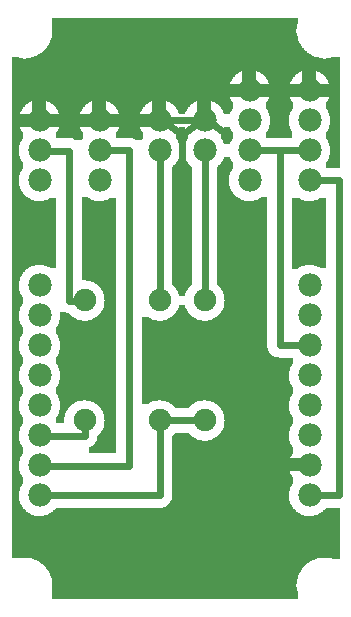
<source format=gtl>
G04 MADE WITH FRITZING*
G04 WWW.FRITZING.ORG*
G04 DOUBLE SIDED*
G04 HOLES PLATED*
G04 CONTOUR ON CENTER OF CONTOUR VECTOR*
%ASAXBY*%
%FSLAX23Y23*%
%MOIN*%
%OFA0B0*%
%SFA1.0B1.0*%
%ADD10C,0.075000*%
%ADD11C,0.077778*%
%ADD12C,0.078000*%
%ADD13C,0.024000*%
%ADD14R,0.001000X0.001000*%
%LNCOPPER1*%
G90*
G70*
G54D10*
X236Y1919D03*
X1028Y1295D03*
X327Y1288D03*
G54D11*
X132Y1085D03*
X132Y985D03*
X132Y885D03*
X132Y785D03*
X132Y685D03*
X132Y585D03*
X132Y485D03*
X132Y385D03*
X1032Y385D03*
X1032Y485D03*
X1032Y585D03*
X1032Y685D03*
X1032Y785D03*
X1032Y885D03*
X1032Y985D03*
X1032Y1085D03*
G54D12*
X132Y1635D03*
X132Y1535D03*
X132Y1435D03*
X332Y1635D03*
X332Y1535D03*
X332Y1435D03*
X832Y1735D03*
X832Y1635D03*
X832Y1535D03*
X832Y1435D03*
G54D10*
X282Y1035D03*
X282Y635D03*
G54D12*
X532Y1635D03*
X532Y1535D03*
X682Y1635D03*
X682Y1535D03*
G54D10*
X532Y1035D03*
X532Y635D03*
X682Y1035D03*
X682Y635D03*
G54D12*
X1032Y1735D03*
X1032Y1635D03*
X1032Y1535D03*
X1032Y1435D03*
G54D13*
X282Y606D02*
X282Y583D01*
D02*
X932Y886D02*
X1002Y885D01*
D02*
X932Y1535D02*
X932Y886D01*
D02*
X862Y1535D02*
X932Y1535D01*
D02*
X431Y1535D02*
X362Y1535D01*
D02*
X431Y483D02*
X431Y1535D01*
D02*
X161Y484D02*
X431Y483D01*
D02*
X532Y1063D02*
X532Y1504D01*
D02*
X682Y1063D02*
X682Y1504D01*
D02*
X532Y385D02*
X161Y385D01*
D02*
X532Y606D02*
X532Y385D01*
D02*
X653Y635D02*
X560Y635D01*
D02*
X253Y1034D02*
X231Y1034D01*
D02*
X231Y1534D02*
X162Y1534D01*
D02*
X282Y583D02*
X161Y584D01*
D02*
X862Y1535D02*
X1001Y1535D01*
D02*
X1131Y1435D02*
X1062Y1435D01*
D02*
X1131Y385D02*
X1131Y1435D01*
D02*
X1061Y385D02*
X1131Y385D01*
D02*
X231Y1034D02*
X231Y1534D01*
D02*
X651Y1635D02*
X562Y1635D01*
D02*
X560Y1624D02*
X607Y1585D01*
D02*
X654Y1623D02*
X607Y1585D01*
D02*
X710Y1624D02*
X757Y1585D01*
D02*
X607Y1585D02*
X607Y1282D01*
D02*
X682Y1734D02*
X801Y1735D01*
D02*
X682Y1665D02*
X682Y1734D01*
D02*
X1001Y1735D02*
X862Y1735D01*
D02*
X362Y1635D02*
X501Y1635D01*
D02*
X162Y1635D02*
X301Y1635D01*
G36*
X172Y1977D02*
X172Y1951D01*
X174Y1951D01*
X174Y1919D01*
X172Y1919D01*
X172Y1909D01*
X170Y1909D01*
X170Y1903D01*
X168Y1903D01*
X168Y1897D01*
X166Y1897D01*
X166Y1893D01*
X164Y1893D01*
X164Y1889D01*
X162Y1889D01*
X162Y1887D01*
X160Y1887D01*
X160Y1883D01*
X158Y1883D01*
X158Y1881D01*
X156Y1881D01*
X156Y1877D01*
X154Y1877D01*
X154Y1875D01*
X152Y1875D01*
X152Y1873D01*
X150Y1873D01*
X150Y1871D01*
X148Y1871D01*
X148Y1869D01*
X146Y1869D01*
X146Y1867D01*
X144Y1867D01*
X144Y1865D01*
X142Y1865D01*
X142Y1863D01*
X140Y1863D01*
X140Y1861D01*
X136Y1861D01*
X136Y1859D01*
X134Y1859D01*
X134Y1857D01*
X130Y1857D01*
X130Y1855D01*
X128Y1855D01*
X128Y1853D01*
X124Y1853D01*
X124Y1851D01*
X120Y1851D01*
X120Y1849D01*
X114Y1849D01*
X114Y1847D01*
X110Y1847D01*
X110Y1845D01*
X102Y1845D01*
X102Y1843D01*
X86Y1843D01*
X86Y1841D01*
X1076Y1841D01*
X1076Y1843D01*
X1062Y1843D01*
X1062Y1845D01*
X1054Y1845D01*
X1054Y1847D01*
X1048Y1847D01*
X1048Y1849D01*
X1044Y1849D01*
X1044Y1851D01*
X1040Y1851D01*
X1040Y1853D01*
X1036Y1853D01*
X1036Y1855D01*
X1032Y1855D01*
X1032Y1857D01*
X1030Y1857D01*
X1030Y1859D01*
X1026Y1859D01*
X1026Y1861D01*
X1024Y1861D01*
X1024Y1863D01*
X1022Y1863D01*
X1022Y1865D01*
X1020Y1865D01*
X1020Y1867D01*
X1016Y1867D01*
X1016Y1869D01*
X1014Y1869D01*
X1014Y1873D01*
X1012Y1873D01*
X1012Y1875D01*
X1010Y1875D01*
X1010Y1877D01*
X1008Y1877D01*
X1008Y1879D01*
X1006Y1879D01*
X1006Y1883D01*
X1004Y1883D01*
X1004Y1885D01*
X1002Y1885D01*
X1002Y1889D01*
X1000Y1889D01*
X1000Y1893D01*
X998Y1893D01*
X998Y1897D01*
X996Y1897D01*
X996Y1901D01*
X994Y1901D01*
X994Y1907D01*
X992Y1907D01*
X992Y1915D01*
X990Y1915D01*
X990Y1927D01*
X988Y1927D01*
X988Y1941D01*
X990Y1941D01*
X990Y1955D01*
X992Y1955D01*
X992Y1977D01*
X172Y1977D01*
G37*
D02*
G36*
X1110Y1847D02*
X1110Y1845D01*
X1102Y1845D01*
X1102Y1843D01*
X1086Y1843D01*
X1086Y1841D01*
X1132Y1841D01*
X1132Y1847D01*
X1110Y1847D01*
G37*
D02*
G36*
X40Y1845D02*
X40Y1841D01*
X76Y1841D01*
X76Y1843D01*
X62Y1843D01*
X62Y1845D01*
X40Y1845D01*
G37*
D02*
G36*
X40Y1841D02*
X40Y1839D01*
X1132Y1839D01*
X1132Y1841D01*
X40Y1841D01*
G37*
D02*
G36*
X40Y1841D02*
X40Y1839D01*
X1132Y1839D01*
X1132Y1841D01*
X40Y1841D01*
G37*
D02*
G36*
X40Y1841D02*
X40Y1839D01*
X1132Y1839D01*
X1132Y1841D01*
X40Y1841D01*
G37*
D02*
G36*
X40Y1839D02*
X40Y1803D01*
X1046Y1803D01*
X1046Y1801D01*
X1054Y1801D01*
X1054Y1799D01*
X1058Y1799D01*
X1058Y1797D01*
X1064Y1797D01*
X1064Y1795D01*
X1066Y1795D01*
X1066Y1793D01*
X1070Y1793D01*
X1070Y1791D01*
X1072Y1791D01*
X1072Y1789D01*
X1076Y1789D01*
X1076Y1787D01*
X1078Y1787D01*
X1078Y1785D01*
X1080Y1785D01*
X1080Y1783D01*
X1082Y1783D01*
X1082Y1781D01*
X1084Y1781D01*
X1084Y1779D01*
X1086Y1779D01*
X1086Y1775D01*
X1088Y1775D01*
X1088Y1773D01*
X1090Y1773D01*
X1090Y1769D01*
X1092Y1769D01*
X1092Y1765D01*
X1094Y1765D01*
X1094Y1761D01*
X1096Y1761D01*
X1096Y1757D01*
X1098Y1757D01*
X1098Y1749D01*
X1100Y1749D01*
X1100Y1721D01*
X1098Y1721D01*
X1098Y1713D01*
X1096Y1713D01*
X1096Y1707D01*
X1094Y1707D01*
X1094Y1703D01*
X1092Y1703D01*
X1092Y1699D01*
X1090Y1699D01*
X1090Y1697D01*
X1088Y1697D01*
X1088Y1673D01*
X1090Y1673D01*
X1090Y1669D01*
X1092Y1669D01*
X1092Y1665D01*
X1094Y1665D01*
X1094Y1661D01*
X1096Y1661D01*
X1096Y1657D01*
X1098Y1657D01*
X1098Y1649D01*
X1100Y1649D01*
X1100Y1621D01*
X1098Y1621D01*
X1098Y1613D01*
X1096Y1613D01*
X1096Y1607D01*
X1094Y1607D01*
X1094Y1603D01*
X1092Y1603D01*
X1092Y1599D01*
X1090Y1599D01*
X1090Y1597D01*
X1088Y1597D01*
X1088Y1573D01*
X1090Y1573D01*
X1090Y1569D01*
X1092Y1569D01*
X1092Y1565D01*
X1094Y1565D01*
X1094Y1561D01*
X1096Y1561D01*
X1096Y1557D01*
X1098Y1557D01*
X1098Y1549D01*
X1100Y1549D01*
X1100Y1521D01*
X1098Y1521D01*
X1098Y1513D01*
X1096Y1513D01*
X1096Y1507D01*
X1094Y1507D01*
X1094Y1503D01*
X1092Y1503D01*
X1092Y1499D01*
X1090Y1499D01*
X1090Y1497D01*
X1088Y1497D01*
X1088Y1477D01*
X1132Y1477D01*
X1132Y1839D01*
X40Y1839D01*
G37*
D02*
G36*
X40Y1803D02*
X40Y1703D01*
X696Y1703D01*
X696Y1701D01*
X704Y1701D01*
X704Y1699D01*
X708Y1699D01*
X708Y1697D01*
X714Y1697D01*
X714Y1695D01*
X716Y1695D01*
X716Y1693D01*
X720Y1693D01*
X720Y1691D01*
X722Y1691D01*
X722Y1689D01*
X726Y1689D01*
X726Y1687D01*
X728Y1687D01*
X728Y1685D01*
X730Y1685D01*
X730Y1683D01*
X732Y1683D01*
X732Y1681D01*
X734Y1681D01*
X734Y1679D01*
X736Y1679D01*
X736Y1675D01*
X738Y1675D01*
X738Y1673D01*
X740Y1673D01*
X740Y1669D01*
X742Y1669D01*
X742Y1665D01*
X744Y1665D01*
X744Y1661D01*
X746Y1661D01*
X746Y1657D01*
X766Y1657D01*
X766Y1659D01*
X768Y1659D01*
X768Y1663D01*
X770Y1663D01*
X770Y1667D01*
X772Y1667D01*
X772Y1671D01*
X774Y1671D01*
X774Y1673D01*
X776Y1673D01*
X776Y1695D01*
X774Y1695D01*
X774Y1699D01*
X772Y1699D01*
X772Y1701D01*
X770Y1701D01*
X770Y1705D01*
X768Y1705D01*
X768Y1711D01*
X766Y1711D01*
X766Y1717D01*
X764Y1717D01*
X764Y1729D01*
X762Y1729D01*
X762Y1741D01*
X764Y1741D01*
X764Y1753D01*
X766Y1753D01*
X766Y1759D01*
X768Y1759D01*
X768Y1763D01*
X770Y1763D01*
X770Y1767D01*
X772Y1767D01*
X772Y1771D01*
X774Y1771D01*
X774Y1773D01*
X776Y1773D01*
X776Y1777D01*
X778Y1777D01*
X778Y1779D01*
X780Y1779D01*
X780Y1781D01*
X782Y1781D01*
X782Y1783D01*
X784Y1783D01*
X784Y1785D01*
X786Y1785D01*
X786Y1787D01*
X788Y1787D01*
X788Y1789D01*
X790Y1789D01*
X790Y1791D01*
X794Y1791D01*
X794Y1793D01*
X796Y1793D01*
X796Y1795D01*
X800Y1795D01*
X800Y1797D01*
X804Y1797D01*
X804Y1799D01*
X810Y1799D01*
X810Y1801D01*
X816Y1801D01*
X816Y1803D01*
X40Y1803D01*
G37*
D02*
G36*
X846Y1803D02*
X846Y1801D01*
X854Y1801D01*
X854Y1799D01*
X858Y1799D01*
X858Y1797D01*
X864Y1797D01*
X864Y1795D01*
X866Y1795D01*
X866Y1793D01*
X870Y1793D01*
X870Y1791D01*
X872Y1791D01*
X872Y1789D01*
X876Y1789D01*
X876Y1787D01*
X878Y1787D01*
X878Y1785D01*
X880Y1785D01*
X880Y1783D01*
X882Y1783D01*
X882Y1781D01*
X884Y1781D01*
X884Y1779D01*
X886Y1779D01*
X886Y1775D01*
X888Y1775D01*
X888Y1773D01*
X890Y1773D01*
X890Y1769D01*
X892Y1769D01*
X892Y1765D01*
X894Y1765D01*
X894Y1761D01*
X896Y1761D01*
X896Y1757D01*
X898Y1757D01*
X898Y1749D01*
X900Y1749D01*
X900Y1721D01*
X898Y1721D01*
X898Y1713D01*
X896Y1713D01*
X896Y1707D01*
X894Y1707D01*
X894Y1703D01*
X892Y1703D01*
X892Y1699D01*
X890Y1699D01*
X890Y1697D01*
X888Y1697D01*
X888Y1673D01*
X890Y1673D01*
X890Y1669D01*
X892Y1669D01*
X892Y1665D01*
X894Y1665D01*
X894Y1661D01*
X896Y1661D01*
X896Y1657D01*
X898Y1657D01*
X898Y1649D01*
X900Y1649D01*
X900Y1621D01*
X898Y1621D01*
X898Y1613D01*
X896Y1613D01*
X896Y1607D01*
X894Y1607D01*
X894Y1603D01*
X892Y1603D01*
X892Y1599D01*
X890Y1599D01*
X890Y1597D01*
X888Y1597D01*
X888Y1577D01*
X974Y1577D01*
X974Y1599D01*
X972Y1599D01*
X972Y1601D01*
X970Y1601D01*
X970Y1605D01*
X968Y1605D01*
X968Y1611D01*
X966Y1611D01*
X966Y1617D01*
X964Y1617D01*
X964Y1629D01*
X962Y1629D01*
X962Y1641D01*
X964Y1641D01*
X964Y1653D01*
X966Y1653D01*
X966Y1659D01*
X968Y1659D01*
X968Y1663D01*
X970Y1663D01*
X970Y1667D01*
X972Y1667D01*
X972Y1671D01*
X974Y1671D01*
X974Y1673D01*
X976Y1673D01*
X976Y1695D01*
X974Y1695D01*
X974Y1699D01*
X972Y1699D01*
X972Y1701D01*
X970Y1701D01*
X970Y1705D01*
X968Y1705D01*
X968Y1711D01*
X966Y1711D01*
X966Y1717D01*
X964Y1717D01*
X964Y1729D01*
X962Y1729D01*
X962Y1741D01*
X964Y1741D01*
X964Y1753D01*
X966Y1753D01*
X966Y1759D01*
X968Y1759D01*
X968Y1763D01*
X970Y1763D01*
X970Y1767D01*
X972Y1767D01*
X972Y1771D01*
X974Y1771D01*
X974Y1773D01*
X976Y1773D01*
X976Y1777D01*
X978Y1777D01*
X978Y1779D01*
X980Y1779D01*
X980Y1781D01*
X982Y1781D01*
X982Y1783D01*
X984Y1783D01*
X984Y1785D01*
X986Y1785D01*
X986Y1787D01*
X988Y1787D01*
X988Y1789D01*
X990Y1789D01*
X990Y1791D01*
X994Y1791D01*
X994Y1793D01*
X996Y1793D01*
X996Y1795D01*
X1000Y1795D01*
X1000Y1797D01*
X1004Y1797D01*
X1004Y1799D01*
X1010Y1799D01*
X1010Y1801D01*
X1016Y1801D01*
X1016Y1803D01*
X846Y1803D01*
G37*
D02*
G36*
X40Y1703D02*
X40Y1365D01*
X126Y1365D01*
X126Y1367D01*
X114Y1367D01*
X114Y1369D01*
X108Y1369D01*
X108Y1371D01*
X102Y1371D01*
X102Y1373D01*
X100Y1373D01*
X100Y1375D01*
X96Y1375D01*
X96Y1377D01*
X92Y1377D01*
X92Y1379D01*
X90Y1379D01*
X90Y1381D01*
X88Y1381D01*
X88Y1383D01*
X84Y1383D01*
X84Y1385D01*
X82Y1385D01*
X82Y1387D01*
X80Y1387D01*
X80Y1391D01*
X78Y1391D01*
X78Y1393D01*
X76Y1393D01*
X76Y1395D01*
X74Y1395D01*
X74Y1399D01*
X72Y1399D01*
X72Y1401D01*
X70Y1401D01*
X70Y1405D01*
X68Y1405D01*
X68Y1411D01*
X66Y1411D01*
X66Y1417D01*
X64Y1417D01*
X64Y1427D01*
X62Y1427D01*
X62Y1441D01*
X64Y1441D01*
X64Y1453D01*
X66Y1453D01*
X66Y1459D01*
X68Y1459D01*
X68Y1463D01*
X70Y1463D01*
X70Y1467D01*
X72Y1467D01*
X72Y1471D01*
X74Y1471D01*
X74Y1473D01*
X76Y1473D01*
X76Y1495D01*
X74Y1495D01*
X74Y1499D01*
X72Y1499D01*
X72Y1501D01*
X70Y1501D01*
X70Y1505D01*
X68Y1505D01*
X68Y1511D01*
X66Y1511D01*
X66Y1517D01*
X64Y1517D01*
X64Y1527D01*
X62Y1527D01*
X62Y1541D01*
X64Y1541D01*
X64Y1553D01*
X66Y1553D01*
X66Y1559D01*
X68Y1559D01*
X68Y1563D01*
X70Y1563D01*
X70Y1567D01*
X72Y1567D01*
X72Y1571D01*
X74Y1571D01*
X74Y1573D01*
X76Y1573D01*
X76Y1595D01*
X74Y1595D01*
X74Y1599D01*
X72Y1599D01*
X72Y1601D01*
X70Y1601D01*
X70Y1605D01*
X68Y1605D01*
X68Y1611D01*
X66Y1611D01*
X66Y1617D01*
X64Y1617D01*
X64Y1627D01*
X62Y1627D01*
X62Y1641D01*
X64Y1641D01*
X64Y1653D01*
X66Y1653D01*
X66Y1659D01*
X68Y1659D01*
X68Y1663D01*
X70Y1663D01*
X70Y1667D01*
X72Y1667D01*
X72Y1671D01*
X74Y1671D01*
X74Y1673D01*
X76Y1673D01*
X76Y1677D01*
X78Y1677D01*
X78Y1679D01*
X80Y1679D01*
X80Y1681D01*
X82Y1681D01*
X82Y1683D01*
X84Y1683D01*
X84Y1685D01*
X86Y1685D01*
X86Y1687D01*
X88Y1687D01*
X88Y1689D01*
X90Y1689D01*
X90Y1691D01*
X94Y1691D01*
X94Y1693D01*
X96Y1693D01*
X96Y1695D01*
X100Y1695D01*
X100Y1697D01*
X104Y1697D01*
X104Y1699D01*
X110Y1699D01*
X110Y1701D01*
X116Y1701D01*
X116Y1703D01*
X40Y1703D01*
G37*
D02*
G36*
X146Y1703D02*
X146Y1701D01*
X154Y1701D01*
X154Y1699D01*
X158Y1699D01*
X158Y1697D01*
X164Y1697D01*
X164Y1695D01*
X166Y1695D01*
X166Y1693D01*
X170Y1693D01*
X170Y1691D01*
X172Y1691D01*
X172Y1689D01*
X176Y1689D01*
X176Y1687D01*
X178Y1687D01*
X178Y1685D01*
X180Y1685D01*
X180Y1683D01*
X182Y1683D01*
X182Y1681D01*
X184Y1681D01*
X184Y1679D01*
X186Y1679D01*
X186Y1675D01*
X188Y1675D01*
X188Y1673D01*
X190Y1673D01*
X190Y1669D01*
X192Y1669D01*
X192Y1665D01*
X194Y1665D01*
X194Y1661D01*
X196Y1661D01*
X196Y1657D01*
X198Y1657D01*
X198Y1649D01*
X200Y1649D01*
X200Y1621D01*
X198Y1621D01*
X198Y1613D01*
X196Y1613D01*
X196Y1607D01*
X194Y1607D01*
X194Y1603D01*
X192Y1603D01*
X192Y1599D01*
X190Y1599D01*
X190Y1597D01*
X188Y1597D01*
X188Y1577D01*
X232Y1577D01*
X232Y1575D01*
X244Y1575D01*
X244Y1573D01*
X248Y1573D01*
X248Y1571D01*
X252Y1571D01*
X252Y1569D01*
X272Y1569D01*
X272Y1571D01*
X274Y1571D01*
X274Y1573D01*
X276Y1573D01*
X276Y1595D01*
X274Y1595D01*
X274Y1599D01*
X272Y1599D01*
X272Y1601D01*
X270Y1601D01*
X270Y1605D01*
X268Y1605D01*
X268Y1611D01*
X266Y1611D01*
X266Y1617D01*
X264Y1617D01*
X264Y1627D01*
X262Y1627D01*
X262Y1641D01*
X264Y1641D01*
X264Y1653D01*
X266Y1653D01*
X266Y1659D01*
X268Y1659D01*
X268Y1663D01*
X270Y1663D01*
X270Y1667D01*
X272Y1667D01*
X272Y1671D01*
X274Y1671D01*
X274Y1673D01*
X276Y1673D01*
X276Y1677D01*
X278Y1677D01*
X278Y1679D01*
X280Y1679D01*
X280Y1681D01*
X282Y1681D01*
X282Y1683D01*
X284Y1683D01*
X284Y1685D01*
X286Y1685D01*
X286Y1687D01*
X288Y1687D01*
X288Y1689D01*
X290Y1689D01*
X290Y1691D01*
X294Y1691D01*
X294Y1693D01*
X296Y1693D01*
X296Y1695D01*
X300Y1695D01*
X300Y1697D01*
X304Y1697D01*
X304Y1699D01*
X310Y1699D01*
X310Y1701D01*
X316Y1701D01*
X316Y1703D01*
X146Y1703D01*
G37*
D02*
G36*
X346Y1703D02*
X346Y1701D01*
X354Y1701D01*
X354Y1699D01*
X358Y1699D01*
X358Y1697D01*
X364Y1697D01*
X364Y1695D01*
X366Y1695D01*
X366Y1693D01*
X370Y1693D01*
X370Y1691D01*
X372Y1691D01*
X372Y1689D01*
X376Y1689D01*
X376Y1687D01*
X378Y1687D01*
X378Y1685D01*
X380Y1685D01*
X380Y1683D01*
X382Y1683D01*
X382Y1681D01*
X384Y1681D01*
X384Y1679D01*
X386Y1679D01*
X386Y1675D01*
X388Y1675D01*
X388Y1673D01*
X390Y1673D01*
X390Y1669D01*
X392Y1669D01*
X392Y1665D01*
X394Y1665D01*
X394Y1661D01*
X396Y1661D01*
X396Y1657D01*
X398Y1657D01*
X398Y1649D01*
X400Y1649D01*
X400Y1621D01*
X398Y1621D01*
X398Y1613D01*
X396Y1613D01*
X396Y1607D01*
X394Y1607D01*
X394Y1603D01*
X392Y1603D01*
X392Y1599D01*
X390Y1599D01*
X390Y1597D01*
X388Y1597D01*
X388Y1577D01*
X438Y1577D01*
X438Y1575D01*
X444Y1575D01*
X444Y1573D01*
X450Y1573D01*
X450Y1571D01*
X474Y1571D01*
X474Y1573D01*
X476Y1573D01*
X476Y1595D01*
X474Y1595D01*
X474Y1599D01*
X472Y1599D01*
X472Y1601D01*
X470Y1601D01*
X470Y1605D01*
X468Y1605D01*
X468Y1611D01*
X466Y1611D01*
X466Y1617D01*
X464Y1617D01*
X464Y1627D01*
X462Y1627D01*
X462Y1641D01*
X464Y1641D01*
X464Y1653D01*
X466Y1653D01*
X466Y1659D01*
X468Y1659D01*
X468Y1663D01*
X470Y1663D01*
X470Y1667D01*
X472Y1667D01*
X472Y1671D01*
X474Y1671D01*
X474Y1673D01*
X476Y1673D01*
X476Y1677D01*
X478Y1677D01*
X478Y1679D01*
X480Y1679D01*
X480Y1681D01*
X482Y1681D01*
X482Y1683D01*
X484Y1683D01*
X484Y1685D01*
X486Y1685D01*
X486Y1687D01*
X488Y1687D01*
X488Y1689D01*
X490Y1689D01*
X490Y1691D01*
X494Y1691D01*
X494Y1693D01*
X496Y1693D01*
X496Y1695D01*
X500Y1695D01*
X500Y1697D01*
X504Y1697D01*
X504Y1699D01*
X510Y1699D01*
X510Y1701D01*
X516Y1701D01*
X516Y1703D01*
X346Y1703D01*
G37*
D02*
G36*
X546Y1703D02*
X546Y1701D01*
X554Y1701D01*
X554Y1699D01*
X558Y1699D01*
X558Y1697D01*
X564Y1697D01*
X564Y1695D01*
X566Y1695D01*
X566Y1693D01*
X570Y1693D01*
X570Y1691D01*
X572Y1691D01*
X572Y1689D01*
X576Y1689D01*
X576Y1687D01*
X578Y1687D01*
X578Y1685D01*
X580Y1685D01*
X580Y1683D01*
X582Y1683D01*
X582Y1681D01*
X584Y1681D01*
X584Y1679D01*
X586Y1679D01*
X586Y1675D01*
X588Y1675D01*
X588Y1673D01*
X590Y1673D01*
X590Y1669D01*
X592Y1669D01*
X592Y1665D01*
X594Y1665D01*
X594Y1661D01*
X596Y1661D01*
X596Y1657D01*
X616Y1657D01*
X616Y1659D01*
X618Y1659D01*
X618Y1663D01*
X620Y1663D01*
X620Y1667D01*
X622Y1667D01*
X622Y1671D01*
X624Y1671D01*
X624Y1673D01*
X626Y1673D01*
X626Y1677D01*
X628Y1677D01*
X628Y1679D01*
X630Y1679D01*
X630Y1681D01*
X632Y1681D01*
X632Y1683D01*
X634Y1683D01*
X634Y1685D01*
X636Y1685D01*
X636Y1687D01*
X638Y1687D01*
X638Y1689D01*
X640Y1689D01*
X640Y1691D01*
X644Y1691D01*
X644Y1693D01*
X646Y1693D01*
X646Y1695D01*
X650Y1695D01*
X650Y1697D01*
X654Y1697D01*
X654Y1699D01*
X660Y1699D01*
X660Y1701D01*
X666Y1701D01*
X666Y1703D01*
X546Y1703D01*
G37*
D02*
G36*
X746Y1513D02*
X746Y1507D01*
X744Y1507D01*
X744Y1503D01*
X742Y1503D01*
X742Y1499D01*
X740Y1499D01*
X740Y1497D01*
X738Y1497D01*
X738Y1493D01*
X736Y1493D01*
X736Y1491D01*
X734Y1491D01*
X734Y1489D01*
X732Y1489D01*
X732Y1487D01*
X730Y1487D01*
X730Y1485D01*
X728Y1485D01*
X728Y1483D01*
X726Y1483D01*
X726Y1481D01*
X724Y1481D01*
X724Y1365D01*
X826Y1365D01*
X826Y1367D01*
X814Y1367D01*
X814Y1369D01*
X808Y1369D01*
X808Y1371D01*
X802Y1371D01*
X802Y1373D01*
X800Y1373D01*
X800Y1375D01*
X796Y1375D01*
X796Y1377D01*
X792Y1377D01*
X792Y1379D01*
X790Y1379D01*
X790Y1381D01*
X788Y1381D01*
X788Y1383D01*
X784Y1383D01*
X784Y1385D01*
X782Y1385D01*
X782Y1387D01*
X780Y1387D01*
X780Y1391D01*
X778Y1391D01*
X778Y1393D01*
X776Y1393D01*
X776Y1395D01*
X774Y1395D01*
X774Y1399D01*
X772Y1399D01*
X772Y1401D01*
X770Y1401D01*
X770Y1405D01*
X768Y1405D01*
X768Y1411D01*
X766Y1411D01*
X766Y1417D01*
X764Y1417D01*
X764Y1429D01*
X762Y1429D01*
X762Y1441D01*
X764Y1441D01*
X764Y1453D01*
X766Y1453D01*
X766Y1459D01*
X768Y1459D01*
X768Y1463D01*
X770Y1463D01*
X770Y1467D01*
X772Y1467D01*
X772Y1471D01*
X774Y1471D01*
X774Y1473D01*
X776Y1473D01*
X776Y1495D01*
X774Y1495D01*
X774Y1499D01*
X772Y1499D01*
X772Y1501D01*
X770Y1501D01*
X770Y1505D01*
X768Y1505D01*
X768Y1511D01*
X766Y1511D01*
X766Y1513D01*
X746Y1513D01*
G37*
D02*
G36*
X870Y1379D02*
X870Y1377D01*
X868Y1377D01*
X868Y1375D01*
X864Y1375D01*
X864Y1373D01*
X860Y1373D01*
X860Y1371D01*
X856Y1371D01*
X856Y1369D01*
X848Y1369D01*
X848Y1367D01*
X838Y1367D01*
X838Y1365D01*
X890Y1365D01*
X890Y1379D01*
X870Y1379D01*
G37*
D02*
G36*
X168Y1377D02*
X168Y1375D01*
X164Y1375D01*
X164Y1373D01*
X160Y1373D01*
X160Y1371D01*
X156Y1371D01*
X156Y1369D01*
X148Y1369D01*
X148Y1367D01*
X138Y1367D01*
X138Y1365D01*
X188Y1365D01*
X188Y1377D01*
X168Y1377D01*
G37*
D02*
G36*
X40Y1365D02*
X40Y1363D01*
X188Y1363D01*
X188Y1365D01*
X40Y1365D01*
G37*
D02*
G36*
X40Y1365D02*
X40Y1363D01*
X188Y1363D01*
X188Y1365D01*
X40Y1365D01*
G37*
D02*
G36*
X724Y1365D02*
X724Y1363D01*
X890Y1363D01*
X890Y1365D01*
X724Y1365D01*
G37*
D02*
G36*
X724Y1365D02*
X724Y1363D01*
X890Y1363D01*
X890Y1365D01*
X724Y1365D01*
G37*
D02*
G36*
X40Y1363D02*
X40Y1153D01*
X146Y1153D01*
X146Y1151D01*
X154Y1151D01*
X154Y1149D01*
X158Y1149D01*
X158Y1147D01*
X162Y1147D01*
X162Y1145D01*
X166Y1145D01*
X166Y1143D01*
X188Y1143D01*
X188Y1363D01*
X40Y1363D01*
G37*
D02*
G36*
X724Y1363D02*
X724Y1087D01*
X726Y1087D01*
X726Y1085D01*
X728Y1085D01*
X728Y1083D01*
X730Y1083D01*
X730Y1081D01*
X732Y1081D01*
X732Y1079D01*
X734Y1079D01*
X734Y1075D01*
X736Y1075D01*
X736Y1073D01*
X738Y1073D01*
X738Y1069D01*
X740Y1069D01*
X740Y1067D01*
X742Y1067D01*
X742Y1063D01*
X744Y1063D01*
X744Y1057D01*
X746Y1057D01*
X746Y1051D01*
X748Y1051D01*
X748Y1037D01*
X750Y1037D01*
X750Y1033D01*
X748Y1033D01*
X748Y1019D01*
X746Y1019D01*
X746Y1011D01*
X744Y1011D01*
X744Y1007D01*
X742Y1007D01*
X742Y1003D01*
X740Y1003D01*
X740Y999D01*
X738Y999D01*
X738Y997D01*
X736Y997D01*
X736Y993D01*
X734Y993D01*
X734Y991D01*
X732Y991D01*
X732Y989D01*
X730Y989D01*
X730Y987D01*
X728Y987D01*
X728Y985D01*
X726Y985D01*
X726Y983D01*
X724Y983D01*
X724Y981D01*
X720Y981D01*
X720Y979D01*
X718Y979D01*
X718Y977D01*
X714Y977D01*
X714Y975D01*
X710Y975D01*
X710Y973D01*
X706Y973D01*
X706Y971D01*
X700Y971D01*
X700Y969D01*
X692Y969D01*
X692Y967D01*
X890Y967D01*
X890Y1363D01*
X724Y1363D01*
G37*
D02*
G36*
X40Y1153D02*
X40Y315D01*
X128Y315D01*
X128Y317D01*
X114Y317D01*
X114Y319D01*
X108Y319D01*
X108Y321D01*
X104Y321D01*
X104Y323D01*
X100Y323D01*
X100Y325D01*
X96Y325D01*
X96Y327D01*
X92Y327D01*
X92Y329D01*
X90Y329D01*
X90Y331D01*
X88Y331D01*
X88Y333D01*
X86Y333D01*
X86Y335D01*
X82Y335D01*
X82Y339D01*
X80Y339D01*
X80Y341D01*
X78Y341D01*
X78Y343D01*
X76Y343D01*
X76Y345D01*
X74Y345D01*
X74Y349D01*
X72Y349D01*
X72Y353D01*
X70Y353D01*
X70Y357D01*
X68Y357D01*
X68Y361D01*
X66Y361D01*
X66Y367D01*
X64Y367D01*
X64Y379D01*
X62Y379D01*
X62Y389D01*
X64Y389D01*
X64Y401D01*
X66Y401D01*
X66Y409D01*
X68Y409D01*
X68Y413D01*
X70Y413D01*
X70Y417D01*
X72Y417D01*
X72Y421D01*
X74Y421D01*
X74Y423D01*
X76Y423D01*
X76Y445D01*
X74Y445D01*
X74Y449D01*
X72Y449D01*
X72Y453D01*
X70Y453D01*
X70Y457D01*
X68Y457D01*
X68Y461D01*
X66Y461D01*
X66Y467D01*
X64Y467D01*
X64Y479D01*
X62Y479D01*
X62Y489D01*
X64Y489D01*
X64Y501D01*
X66Y501D01*
X66Y509D01*
X68Y509D01*
X68Y513D01*
X70Y513D01*
X70Y517D01*
X72Y517D01*
X72Y521D01*
X74Y521D01*
X74Y523D01*
X76Y523D01*
X76Y545D01*
X74Y545D01*
X74Y549D01*
X72Y549D01*
X72Y553D01*
X70Y553D01*
X70Y557D01*
X68Y557D01*
X68Y561D01*
X66Y561D01*
X66Y567D01*
X64Y567D01*
X64Y579D01*
X62Y579D01*
X62Y589D01*
X64Y589D01*
X64Y601D01*
X66Y601D01*
X66Y609D01*
X68Y609D01*
X68Y613D01*
X70Y613D01*
X70Y617D01*
X72Y617D01*
X72Y621D01*
X74Y621D01*
X74Y623D01*
X76Y623D01*
X76Y645D01*
X74Y645D01*
X74Y649D01*
X72Y649D01*
X72Y653D01*
X70Y653D01*
X70Y657D01*
X68Y657D01*
X68Y661D01*
X66Y661D01*
X66Y667D01*
X64Y667D01*
X64Y679D01*
X62Y679D01*
X62Y689D01*
X64Y689D01*
X64Y701D01*
X66Y701D01*
X66Y709D01*
X68Y709D01*
X68Y713D01*
X70Y713D01*
X70Y717D01*
X72Y717D01*
X72Y721D01*
X74Y721D01*
X74Y723D01*
X76Y723D01*
X76Y745D01*
X74Y745D01*
X74Y749D01*
X72Y749D01*
X72Y753D01*
X70Y753D01*
X70Y757D01*
X68Y757D01*
X68Y761D01*
X66Y761D01*
X66Y767D01*
X64Y767D01*
X64Y779D01*
X62Y779D01*
X62Y789D01*
X64Y789D01*
X64Y801D01*
X66Y801D01*
X66Y809D01*
X68Y809D01*
X68Y813D01*
X70Y813D01*
X70Y817D01*
X72Y817D01*
X72Y821D01*
X74Y821D01*
X74Y823D01*
X76Y823D01*
X76Y845D01*
X74Y845D01*
X74Y849D01*
X72Y849D01*
X72Y853D01*
X70Y853D01*
X70Y857D01*
X68Y857D01*
X68Y861D01*
X66Y861D01*
X66Y867D01*
X64Y867D01*
X64Y879D01*
X62Y879D01*
X62Y889D01*
X64Y889D01*
X64Y901D01*
X66Y901D01*
X66Y909D01*
X68Y909D01*
X68Y913D01*
X70Y913D01*
X70Y917D01*
X72Y917D01*
X72Y921D01*
X74Y921D01*
X74Y923D01*
X76Y923D01*
X76Y945D01*
X74Y945D01*
X74Y949D01*
X72Y949D01*
X72Y953D01*
X70Y953D01*
X70Y957D01*
X68Y957D01*
X68Y961D01*
X66Y961D01*
X66Y967D01*
X64Y967D01*
X64Y979D01*
X62Y979D01*
X62Y989D01*
X64Y989D01*
X64Y1001D01*
X66Y1001D01*
X66Y1009D01*
X68Y1009D01*
X68Y1013D01*
X70Y1013D01*
X70Y1017D01*
X72Y1017D01*
X72Y1021D01*
X74Y1021D01*
X74Y1023D01*
X76Y1023D01*
X76Y1045D01*
X74Y1045D01*
X74Y1049D01*
X72Y1049D01*
X72Y1053D01*
X70Y1053D01*
X70Y1057D01*
X68Y1057D01*
X68Y1061D01*
X66Y1061D01*
X66Y1067D01*
X64Y1067D01*
X64Y1079D01*
X62Y1079D01*
X62Y1089D01*
X64Y1089D01*
X64Y1101D01*
X66Y1101D01*
X66Y1109D01*
X68Y1109D01*
X68Y1113D01*
X70Y1113D01*
X70Y1117D01*
X72Y1117D01*
X72Y1121D01*
X74Y1121D01*
X74Y1123D01*
X76Y1123D01*
X76Y1127D01*
X78Y1127D01*
X78Y1129D01*
X80Y1129D01*
X80Y1131D01*
X82Y1131D01*
X82Y1133D01*
X84Y1133D01*
X84Y1135D01*
X86Y1135D01*
X86Y1137D01*
X88Y1137D01*
X88Y1139D01*
X90Y1139D01*
X90Y1141D01*
X94Y1141D01*
X94Y1143D01*
X96Y1143D01*
X96Y1145D01*
X100Y1145D01*
X100Y1147D01*
X104Y1147D01*
X104Y1149D01*
X110Y1149D01*
X110Y1151D01*
X118Y1151D01*
X118Y1153D01*
X40Y1153D01*
G37*
D02*
G36*
X596Y1019D02*
X596Y1011D01*
X594Y1011D01*
X594Y1007D01*
X592Y1007D01*
X592Y1003D01*
X590Y1003D01*
X590Y999D01*
X588Y999D01*
X588Y997D01*
X586Y997D01*
X586Y993D01*
X584Y993D01*
X584Y991D01*
X582Y991D01*
X582Y989D01*
X580Y989D01*
X580Y987D01*
X578Y987D01*
X578Y985D01*
X576Y985D01*
X576Y983D01*
X574Y983D01*
X574Y981D01*
X570Y981D01*
X570Y979D01*
X568Y979D01*
X568Y977D01*
X564Y977D01*
X564Y975D01*
X560Y975D01*
X560Y973D01*
X556Y973D01*
X556Y971D01*
X550Y971D01*
X550Y969D01*
X542Y969D01*
X542Y967D01*
X672Y967D01*
X672Y969D01*
X662Y969D01*
X662Y971D01*
X656Y971D01*
X656Y973D01*
X652Y973D01*
X652Y975D01*
X648Y975D01*
X648Y977D01*
X646Y977D01*
X646Y979D01*
X642Y979D01*
X642Y981D01*
X640Y981D01*
X640Y983D01*
X638Y983D01*
X638Y985D01*
X634Y985D01*
X634Y987D01*
X632Y987D01*
X632Y991D01*
X630Y991D01*
X630Y993D01*
X628Y993D01*
X628Y995D01*
X626Y995D01*
X626Y999D01*
X624Y999D01*
X624Y1001D01*
X622Y1001D01*
X622Y1005D01*
X620Y1005D01*
X620Y1009D01*
X618Y1009D01*
X618Y1015D01*
X616Y1015D01*
X616Y1019D01*
X596Y1019D01*
G37*
D02*
G36*
X472Y981D02*
X472Y967D01*
X522Y967D01*
X522Y969D01*
X512Y969D01*
X512Y971D01*
X506Y971D01*
X506Y973D01*
X502Y973D01*
X502Y975D01*
X498Y975D01*
X498Y977D01*
X496Y977D01*
X496Y979D01*
X492Y979D01*
X492Y981D01*
X472Y981D01*
G37*
D02*
G36*
X472Y967D02*
X472Y965D01*
X890Y965D01*
X890Y967D01*
X472Y967D01*
G37*
D02*
G36*
X472Y967D02*
X472Y965D01*
X890Y965D01*
X890Y967D01*
X472Y967D01*
G37*
D02*
G36*
X472Y967D02*
X472Y965D01*
X890Y965D01*
X890Y967D01*
X472Y967D01*
G37*
D02*
G36*
X472Y965D02*
X472Y703D01*
X686Y703D01*
X686Y701D01*
X698Y701D01*
X698Y699D01*
X704Y699D01*
X704Y697D01*
X710Y697D01*
X710Y695D01*
X714Y695D01*
X714Y693D01*
X716Y693D01*
X716Y691D01*
X720Y691D01*
X720Y689D01*
X722Y689D01*
X722Y687D01*
X726Y687D01*
X726Y685D01*
X728Y685D01*
X728Y683D01*
X730Y683D01*
X730Y681D01*
X732Y681D01*
X732Y679D01*
X734Y679D01*
X734Y675D01*
X736Y675D01*
X736Y673D01*
X738Y673D01*
X738Y669D01*
X740Y669D01*
X740Y667D01*
X742Y667D01*
X742Y663D01*
X744Y663D01*
X744Y657D01*
X746Y657D01*
X746Y651D01*
X748Y651D01*
X748Y637D01*
X750Y637D01*
X750Y633D01*
X748Y633D01*
X748Y619D01*
X746Y619D01*
X746Y611D01*
X744Y611D01*
X744Y607D01*
X742Y607D01*
X742Y603D01*
X740Y603D01*
X740Y599D01*
X738Y599D01*
X738Y597D01*
X736Y597D01*
X736Y593D01*
X734Y593D01*
X734Y591D01*
X732Y591D01*
X732Y589D01*
X730Y589D01*
X730Y587D01*
X728Y587D01*
X728Y585D01*
X726Y585D01*
X726Y583D01*
X724Y583D01*
X724Y581D01*
X720Y581D01*
X720Y579D01*
X718Y579D01*
X718Y577D01*
X714Y577D01*
X714Y575D01*
X710Y575D01*
X710Y573D01*
X706Y573D01*
X706Y571D01*
X700Y571D01*
X700Y569D01*
X692Y569D01*
X692Y567D01*
X964Y567D01*
X964Y579D01*
X962Y579D01*
X962Y589D01*
X964Y589D01*
X964Y601D01*
X966Y601D01*
X966Y609D01*
X968Y609D01*
X968Y613D01*
X970Y613D01*
X970Y617D01*
X972Y617D01*
X972Y621D01*
X974Y621D01*
X974Y623D01*
X976Y623D01*
X976Y645D01*
X974Y645D01*
X974Y649D01*
X972Y649D01*
X972Y653D01*
X970Y653D01*
X970Y657D01*
X968Y657D01*
X968Y661D01*
X966Y661D01*
X966Y667D01*
X964Y667D01*
X964Y679D01*
X962Y679D01*
X962Y689D01*
X964Y689D01*
X964Y701D01*
X966Y701D01*
X966Y709D01*
X968Y709D01*
X968Y713D01*
X970Y713D01*
X970Y717D01*
X972Y717D01*
X972Y721D01*
X974Y721D01*
X974Y723D01*
X976Y723D01*
X976Y745D01*
X974Y745D01*
X974Y749D01*
X972Y749D01*
X972Y753D01*
X970Y753D01*
X970Y757D01*
X968Y757D01*
X968Y761D01*
X966Y761D01*
X966Y767D01*
X964Y767D01*
X964Y779D01*
X962Y779D01*
X962Y789D01*
X964Y789D01*
X964Y801D01*
X966Y801D01*
X966Y809D01*
X968Y809D01*
X968Y813D01*
X970Y813D01*
X970Y817D01*
X972Y817D01*
X972Y821D01*
X974Y821D01*
X974Y823D01*
X976Y823D01*
X976Y843D01*
X930Y843D01*
X930Y845D01*
X920Y845D01*
X920Y847D01*
X914Y847D01*
X914Y849D01*
X910Y849D01*
X910Y851D01*
X908Y851D01*
X908Y853D01*
X904Y853D01*
X904Y855D01*
X902Y855D01*
X902Y857D01*
X900Y857D01*
X900Y859D01*
X898Y859D01*
X898Y863D01*
X896Y863D01*
X896Y865D01*
X894Y865D01*
X894Y869D01*
X892Y869D01*
X892Y877D01*
X890Y877D01*
X890Y965D01*
X472Y965D01*
G37*
D02*
G36*
X472Y703D02*
X472Y689D01*
X494Y689D01*
X494Y691D01*
X496Y691D01*
X496Y693D01*
X500Y693D01*
X500Y695D01*
X504Y695D01*
X504Y697D01*
X508Y697D01*
X508Y699D01*
X514Y699D01*
X514Y701D01*
X528Y701D01*
X528Y703D01*
X472Y703D01*
G37*
D02*
G36*
X536Y703D02*
X536Y701D01*
X548Y701D01*
X548Y699D01*
X554Y699D01*
X554Y697D01*
X560Y697D01*
X560Y695D01*
X564Y695D01*
X564Y693D01*
X566Y693D01*
X566Y691D01*
X570Y691D01*
X570Y689D01*
X572Y689D01*
X572Y687D01*
X576Y687D01*
X576Y685D01*
X578Y685D01*
X578Y683D01*
X580Y683D01*
X580Y681D01*
X582Y681D01*
X582Y679D01*
X584Y679D01*
X584Y677D01*
X630Y677D01*
X630Y679D01*
X632Y679D01*
X632Y681D01*
X634Y681D01*
X634Y683D01*
X636Y683D01*
X636Y685D01*
X638Y685D01*
X638Y687D01*
X640Y687D01*
X640Y689D01*
X644Y689D01*
X644Y691D01*
X646Y691D01*
X646Y693D01*
X650Y693D01*
X650Y695D01*
X654Y695D01*
X654Y697D01*
X658Y697D01*
X658Y699D01*
X664Y699D01*
X664Y701D01*
X678Y701D01*
X678Y703D01*
X536Y703D01*
G37*
D02*
G36*
X584Y593D02*
X584Y591D01*
X582Y591D01*
X582Y589D01*
X580Y589D01*
X580Y587D01*
X578Y587D01*
X578Y585D01*
X576Y585D01*
X576Y583D01*
X574Y583D01*
X574Y567D01*
X672Y567D01*
X672Y569D01*
X662Y569D01*
X662Y571D01*
X656Y571D01*
X656Y573D01*
X652Y573D01*
X652Y575D01*
X648Y575D01*
X648Y577D01*
X646Y577D01*
X646Y579D01*
X642Y579D01*
X642Y581D01*
X640Y581D01*
X640Y583D01*
X638Y583D01*
X638Y585D01*
X634Y585D01*
X634Y587D01*
X632Y587D01*
X632Y591D01*
X630Y591D01*
X630Y593D01*
X584Y593D01*
G37*
D02*
G36*
X574Y567D02*
X574Y565D01*
X966Y565D01*
X966Y567D01*
X574Y567D01*
G37*
D02*
G36*
X574Y567D02*
X574Y565D01*
X966Y565D01*
X966Y567D01*
X574Y567D01*
G37*
D02*
G36*
X574Y565D02*
X574Y375D01*
X572Y375D01*
X572Y369D01*
X570Y369D01*
X570Y365D01*
X568Y365D01*
X568Y361D01*
X566Y361D01*
X566Y359D01*
X564Y359D01*
X564Y357D01*
X562Y357D01*
X562Y355D01*
X560Y355D01*
X560Y353D01*
X558Y353D01*
X558Y351D01*
X556Y351D01*
X556Y349D01*
X552Y349D01*
X552Y347D01*
X548Y347D01*
X548Y345D01*
X542Y345D01*
X542Y343D01*
X186Y343D01*
X186Y341D01*
X184Y341D01*
X184Y339D01*
X182Y339D01*
X182Y337D01*
X180Y337D01*
X180Y335D01*
X178Y335D01*
X178Y333D01*
X176Y333D01*
X176Y331D01*
X174Y331D01*
X174Y329D01*
X170Y329D01*
X170Y327D01*
X168Y327D01*
X168Y325D01*
X164Y325D01*
X164Y323D01*
X160Y323D01*
X160Y321D01*
X154Y321D01*
X154Y319D01*
X148Y319D01*
X148Y317D01*
X134Y317D01*
X134Y315D01*
X1028Y315D01*
X1028Y317D01*
X1014Y317D01*
X1014Y319D01*
X1008Y319D01*
X1008Y321D01*
X1004Y321D01*
X1004Y323D01*
X1000Y323D01*
X1000Y325D01*
X996Y325D01*
X996Y327D01*
X992Y327D01*
X992Y329D01*
X990Y329D01*
X990Y331D01*
X988Y331D01*
X988Y333D01*
X986Y333D01*
X986Y335D01*
X982Y335D01*
X982Y339D01*
X980Y339D01*
X980Y341D01*
X978Y341D01*
X978Y343D01*
X976Y343D01*
X976Y345D01*
X974Y345D01*
X974Y349D01*
X972Y349D01*
X972Y353D01*
X970Y353D01*
X970Y357D01*
X968Y357D01*
X968Y361D01*
X966Y361D01*
X966Y367D01*
X964Y367D01*
X964Y379D01*
X962Y379D01*
X962Y389D01*
X964Y389D01*
X964Y401D01*
X966Y401D01*
X966Y409D01*
X968Y409D01*
X968Y413D01*
X970Y413D01*
X970Y417D01*
X972Y417D01*
X972Y421D01*
X974Y421D01*
X974Y423D01*
X976Y423D01*
X976Y445D01*
X974Y445D01*
X974Y449D01*
X972Y449D01*
X972Y453D01*
X970Y453D01*
X970Y457D01*
X968Y457D01*
X968Y461D01*
X966Y461D01*
X966Y467D01*
X964Y467D01*
X964Y479D01*
X962Y479D01*
X962Y489D01*
X964Y489D01*
X964Y501D01*
X966Y501D01*
X966Y509D01*
X968Y509D01*
X968Y513D01*
X970Y513D01*
X970Y517D01*
X972Y517D01*
X972Y521D01*
X974Y521D01*
X974Y523D01*
X976Y523D01*
X976Y545D01*
X974Y545D01*
X974Y549D01*
X972Y549D01*
X972Y553D01*
X970Y553D01*
X970Y557D01*
X968Y557D01*
X968Y561D01*
X966Y561D01*
X966Y565D01*
X574Y565D01*
G37*
D02*
G36*
X1086Y343D02*
X1086Y341D01*
X1084Y341D01*
X1084Y339D01*
X1082Y339D01*
X1082Y337D01*
X1080Y337D01*
X1080Y335D01*
X1078Y335D01*
X1078Y333D01*
X1076Y333D01*
X1076Y331D01*
X1074Y331D01*
X1074Y329D01*
X1070Y329D01*
X1070Y327D01*
X1068Y327D01*
X1068Y325D01*
X1064Y325D01*
X1064Y323D01*
X1060Y323D01*
X1060Y321D01*
X1054Y321D01*
X1054Y319D01*
X1048Y319D01*
X1048Y317D01*
X1034Y317D01*
X1034Y315D01*
X1132Y315D01*
X1132Y343D01*
X1086Y343D01*
G37*
D02*
G36*
X40Y315D02*
X40Y313D01*
X1132Y313D01*
X1132Y315D01*
X40Y315D01*
G37*
D02*
G36*
X40Y315D02*
X40Y313D01*
X1132Y313D01*
X1132Y315D01*
X40Y315D01*
G37*
D02*
G36*
X40Y315D02*
X40Y313D01*
X1132Y313D01*
X1132Y315D01*
X40Y315D01*
G37*
D02*
G36*
X40Y313D02*
X40Y177D01*
X1098Y177D01*
X1098Y175D01*
X1106Y175D01*
X1106Y173D01*
X1132Y173D01*
X1132Y313D01*
X40Y313D01*
G37*
D02*
G36*
X40Y177D02*
X40Y175D01*
X64Y175D01*
X64Y177D01*
X40Y177D01*
G37*
D02*
G36*
X98Y177D02*
X98Y175D01*
X106Y175D01*
X106Y173D01*
X114Y173D01*
X114Y171D01*
X118Y171D01*
X118Y169D01*
X122Y169D01*
X122Y167D01*
X126Y167D01*
X126Y165D01*
X130Y165D01*
X130Y163D01*
X134Y163D01*
X134Y161D01*
X136Y161D01*
X136Y159D01*
X138Y159D01*
X138Y157D01*
X142Y157D01*
X142Y155D01*
X144Y155D01*
X144Y153D01*
X146Y153D01*
X146Y151D01*
X148Y151D01*
X148Y149D01*
X150Y149D01*
X150Y147D01*
X152Y147D01*
X152Y145D01*
X154Y145D01*
X154Y141D01*
X156Y141D01*
X156Y139D01*
X158Y139D01*
X158Y135D01*
X160Y135D01*
X160Y133D01*
X162Y133D01*
X162Y129D01*
X164Y129D01*
X164Y125D01*
X166Y125D01*
X166Y121D01*
X168Y121D01*
X168Y117D01*
X170Y117D01*
X170Y109D01*
X172Y109D01*
X172Y101D01*
X174Y101D01*
X174Y69D01*
X172Y69D01*
X172Y41D01*
X992Y41D01*
X992Y65D01*
X990Y65D01*
X990Y79D01*
X988Y79D01*
X988Y91D01*
X990Y91D01*
X990Y105D01*
X992Y105D01*
X992Y113D01*
X994Y113D01*
X994Y119D01*
X996Y119D01*
X996Y123D01*
X998Y123D01*
X998Y127D01*
X1000Y127D01*
X1000Y131D01*
X1002Y131D01*
X1002Y135D01*
X1004Y135D01*
X1004Y137D01*
X1006Y137D01*
X1006Y139D01*
X1008Y139D01*
X1008Y143D01*
X1010Y143D01*
X1010Y145D01*
X1012Y145D01*
X1012Y147D01*
X1014Y147D01*
X1014Y149D01*
X1016Y149D01*
X1016Y151D01*
X1018Y151D01*
X1018Y153D01*
X1020Y153D01*
X1020Y155D01*
X1022Y155D01*
X1022Y157D01*
X1024Y157D01*
X1024Y159D01*
X1028Y159D01*
X1028Y161D01*
X1030Y161D01*
X1030Y163D01*
X1034Y163D01*
X1034Y165D01*
X1036Y165D01*
X1036Y167D01*
X1040Y167D01*
X1040Y169D01*
X1044Y169D01*
X1044Y171D01*
X1050Y171D01*
X1050Y173D01*
X1056Y173D01*
X1056Y175D01*
X1064Y175D01*
X1064Y177D01*
X98Y177D01*
G37*
D02*
G36*
X596Y1613D02*
X596Y1607D01*
X594Y1607D01*
X594Y1603D01*
X592Y1603D01*
X592Y1599D01*
X590Y1599D01*
X590Y1597D01*
X588Y1597D01*
X588Y1573D01*
X590Y1573D01*
X590Y1569D01*
X592Y1569D01*
X592Y1565D01*
X594Y1565D01*
X594Y1561D01*
X596Y1561D01*
X596Y1557D01*
X616Y1557D01*
X616Y1559D01*
X618Y1559D01*
X618Y1563D01*
X620Y1563D01*
X620Y1567D01*
X622Y1567D01*
X622Y1571D01*
X624Y1571D01*
X624Y1573D01*
X626Y1573D01*
X626Y1595D01*
X624Y1595D01*
X624Y1599D01*
X622Y1599D01*
X622Y1601D01*
X620Y1601D01*
X620Y1605D01*
X618Y1605D01*
X618Y1611D01*
X616Y1611D01*
X616Y1613D01*
X596Y1613D01*
G37*
D02*
G36*
X746Y1613D02*
X746Y1607D01*
X744Y1607D01*
X744Y1603D01*
X742Y1603D01*
X742Y1599D01*
X740Y1599D01*
X740Y1597D01*
X738Y1597D01*
X738Y1573D01*
X740Y1573D01*
X740Y1569D01*
X742Y1569D01*
X742Y1565D01*
X744Y1565D01*
X744Y1561D01*
X746Y1561D01*
X746Y1557D01*
X766Y1557D01*
X766Y1559D01*
X768Y1559D01*
X768Y1563D01*
X770Y1563D01*
X770Y1567D01*
X772Y1567D01*
X772Y1571D01*
X774Y1571D01*
X774Y1573D01*
X776Y1573D01*
X776Y1595D01*
X774Y1595D01*
X774Y1599D01*
X772Y1599D01*
X772Y1601D01*
X770Y1601D01*
X770Y1605D01*
X768Y1605D01*
X768Y1611D01*
X766Y1611D01*
X766Y1613D01*
X746Y1613D01*
G37*
D02*
G36*
X596Y1513D02*
X596Y1507D01*
X594Y1507D01*
X594Y1503D01*
X592Y1503D01*
X592Y1499D01*
X590Y1499D01*
X590Y1497D01*
X588Y1497D01*
X588Y1493D01*
X586Y1493D01*
X586Y1491D01*
X584Y1491D01*
X584Y1489D01*
X582Y1489D01*
X582Y1487D01*
X580Y1487D01*
X580Y1485D01*
X578Y1485D01*
X578Y1483D01*
X576Y1483D01*
X576Y1481D01*
X574Y1481D01*
X574Y1087D01*
X576Y1087D01*
X576Y1085D01*
X578Y1085D01*
X578Y1083D01*
X580Y1083D01*
X580Y1081D01*
X582Y1081D01*
X582Y1079D01*
X584Y1079D01*
X584Y1075D01*
X586Y1075D01*
X586Y1073D01*
X588Y1073D01*
X588Y1069D01*
X590Y1069D01*
X590Y1067D01*
X592Y1067D01*
X592Y1063D01*
X594Y1063D01*
X594Y1057D01*
X596Y1057D01*
X596Y1051D01*
X616Y1051D01*
X616Y1055D01*
X618Y1055D01*
X618Y1059D01*
X620Y1059D01*
X620Y1065D01*
X622Y1065D01*
X622Y1067D01*
X624Y1067D01*
X624Y1071D01*
X626Y1071D01*
X626Y1075D01*
X628Y1075D01*
X628Y1077D01*
X630Y1077D01*
X630Y1079D01*
X632Y1079D01*
X632Y1081D01*
X634Y1081D01*
X634Y1083D01*
X636Y1083D01*
X636Y1085D01*
X638Y1085D01*
X638Y1087D01*
X640Y1087D01*
X640Y1481D01*
X638Y1481D01*
X638Y1483D01*
X634Y1483D01*
X634Y1485D01*
X632Y1485D01*
X632Y1487D01*
X630Y1487D01*
X630Y1491D01*
X628Y1491D01*
X628Y1493D01*
X626Y1493D01*
X626Y1495D01*
X624Y1495D01*
X624Y1499D01*
X622Y1499D01*
X622Y1501D01*
X620Y1501D01*
X620Y1505D01*
X618Y1505D01*
X618Y1511D01*
X616Y1511D01*
X616Y1513D01*
X596Y1513D01*
G37*
D02*
G36*
X974Y1377D02*
X974Y1365D01*
X1026Y1365D01*
X1026Y1367D01*
X1014Y1367D01*
X1014Y1369D01*
X1008Y1369D01*
X1008Y1371D01*
X1002Y1371D01*
X1002Y1373D01*
X1000Y1373D01*
X1000Y1375D01*
X996Y1375D01*
X996Y1377D01*
X974Y1377D01*
G37*
D02*
G36*
X1068Y1377D02*
X1068Y1375D01*
X1064Y1375D01*
X1064Y1373D01*
X1060Y1373D01*
X1060Y1371D01*
X1056Y1371D01*
X1056Y1369D01*
X1048Y1369D01*
X1048Y1367D01*
X1038Y1367D01*
X1038Y1365D01*
X1088Y1365D01*
X1088Y1377D01*
X1068Y1377D01*
G37*
D02*
G36*
X974Y1365D02*
X974Y1363D01*
X1088Y1363D01*
X1088Y1365D01*
X974Y1365D01*
G37*
D02*
G36*
X974Y1365D02*
X974Y1363D01*
X1088Y1363D01*
X1088Y1365D01*
X974Y1365D01*
G37*
D02*
G36*
X974Y1363D02*
X974Y1153D01*
X1046Y1153D01*
X1046Y1151D01*
X1054Y1151D01*
X1054Y1149D01*
X1058Y1149D01*
X1058Y1147D01*
X1062Y1147D01*
X1062Y1145D01*
X1066Y1145D01*
X1066Y1143D01*
X1088Y1143D01*
X1088Y1363D01*
X974Y1363D01*
G37*
D02*
G36*
X974Y1153D02*
X974Y1141D01*
X994Y1141D01*
X994Y1143D01*
X996Y1143D01*
X996Y1145D01*
X1000Y1145D01*
X1000Y1147D01*
X1004Y1147D01*
X1004Y1149D01*
X1010Y1149D01*
X1010Y1151D01*
X1018Y1151D01*
X1018Y1153D01*
X974Y1153D01*
G37*
D02*
G36*
X272Y1379D02*
X272Y1377D01*
X292Y1377D01*
X292Y1379D01*
X272Y1379D01*
G37*
D02*
G36*
X272Y1377D02*
X272Y1365D01*
X326Y1365D01*
X326Y1367D01*
X314Y1367D01*
X314Y1369D01*
X308Y1369D01*
X308Y1371D01*
X302Y1371D01*
X302Y1373D01*
X300Y1373D01*
X300Y1375D01*
X296Y1375D01*
X296Y1377D01*
X272Y1377D01*
G37*
D02*
G36*
X368Y1377D02*
X368Y1375D01*
X364Y1375D01*
X364Y1373D01*
X360Y1373D01*
X360Y1371D01*
X356Y1371D01*
X356Y1369D01*
X348Y1369D01*
X348Y1367D01*
X338Y1367D01*
X338Y1365D01*
X388Y1365D01*
X388Y1377D01*
X368Y1377D01*
G37*
D02*
G36*
X272Y1365D02*
X272Y1363D01*
X388Y1363D01*
X388Y1365D01*
X272Y1365D01*
G37*
D02*
G36*
X272Y1365D02*
X272Y1363D01*
X388Y1363D01*
X388Y1365D01*
X272Y1365D01*
G37*
D02*
G36*
X272Y1363D02*
X272Y1103D01*
X286Y1103D01*
X286Y1101D01*
X298Y1101D01*
X298Y1099D01*
X304Y1099D01*
X304Y1097D01*
X310Y1097D01*
X310Y1095D01*
X314Y1095D01*
X314Y1093D01*
X316Y1093D01*
X316Y1091D01*
X320Y1091D01*
X320Y1089D01*
X322Y1089D01*
X322Y1087D01*
X326Y1087D01*
X326Y1085D01*
X328Y1085D01*
X328Y1083D01*
X330Y1083D01*
X330Y1081D01*
X332Y1081D01*
X332Y1079D01*
X334Y1079D01*
X334Y1075D01*
X336Y1075D01*
X336Y1073D01*
X338Y1073D01*
X338Y1069D01*
X340Y1069D01*
X340Y1067D01*
X342Y1067D01*
X342Y1063D01*
X344Y1063D01*
X344Y1057D01*
X346Y1057D01*
X346Y1051D01*
X348Y1051D01*
X348Y1037D01*
X350Y1037D01*
X350Y1033D01*
X348Y1033D01*
X348Y1019D01*
X346Y1019D01*
X346Y1011D01*
X344Y1011D01*
X344Y1007D01*
X342Y1007D01*
X342Y1003D01*
X340Y1003D01*
X340Y999D01*
X338Y999D01*
X338Y997D01*
X336Y997D01*
X336Y993D01*
X334Y993D01*
X334Y991D01*
X332Y991D01*
X332Y989D01*
X330Y989D01*
X330Y987D01*
X328Y987D01*
X328Y985D01*
X326Y985D01*
X326Y983D01*
X324Y983D01*
X324Y981D01*
X320Y981D01*
X320Y979D01*
X318Y979D01*
X318Y977D01*
X314Y977D01*
X314Y975D01*
X310Y975D01*
X310Y973D01*
X306Y973D01*
X306Y971D01*
X300Y971D01*
X300Y969D01*
X292Y969D01*
X292Y967D01*
X388Y967D01*
X388Y1363D01*
X272Y1363D01*
G37*
D02*
G36*
X200Y995D02*
X200Y971D01*
X198Y971D01*
X198Y967D01*
X272Y967D01*
X272Y969D01*
X262Y969D01*
X262Y971D01*
X256Y971D01*
X256Y973D01*
X252Y973D01*
X252Y975D01*
X248Y975D01*
X248Y977D01*
X246Y977D01*
X246Y979D01*
X242Y979D01*
X242Y981D01*
X240Y981D01*
X240Y983D01*
X238Y983D01*
X238Y985D01*
X234Y985D01*
X234Y987D01*
X232Y987D01*
X232Y991D01*
X230Y991D01*
X230Y993D01*
X220Y993D01*
X220Y995D01*
X200Y995D01*
G37*
D02*
G36*
X198Y967D02*
X198Y965D01*
X388Y965D01*
X388Y967D01*
X198Y967D01*
G37*
D02*
G36*
X198Y967D02*
X198Y965D01*
X388Y965D01*
X388Y967D01*
X198Y967D01*
G37*
D02*
G36*
X198Y965D02*
X198Y963D01*
X196Y963D01*
X196Y957D01*
X194Y957D01*
X194Y953D01*
X192Y953D01*
X192Y951D01*
X190Y951D01*
X190Y947D01*
X188Y947D01*
X188Y945D01*
X186Y945D01*
X186Y925D01*
X188Y925D01*
X188Y923D01*
X190Y923D01*
X190Y919D01*
X192Y919D01*
X192Y915D01*
X194Y915D01*
X194Y911D01*
X196Y911D01*
X196Y907D01*
X198Y907D01*
X198Y899D01*
X200Y899D01*
X200Y871D01*
X198Y871D01*
X198Y863D01*
X196Y863D01*
X196Y857D01*
X194Y857D01*
X194Y853D01*
X192Y853D01*
X192Y851D01*
X190Y851D01*
X190Y847D01*
X188Y847D01*
X188Y845D01*
X186Y845D01*
X186Y825D01*
X188Y825D01*
X188Y823D01*
X190Y823D01*
X190Y819D01*
X192Y819D01*
X192Y815D01*
X194Y815D01*
X194Y811D01*
X196Y811D01*
X196Y807D01*
X198Y807D01*
X198Y799D01*
X200Y799D01*
X200Y771D01*
X198Y771D01*
X198Y763D01*
X196Y763D01*
X196Y757D01*
X194Y757D01*
X194Y753D01*
X192Y753D01*
X192Y751D01*
X190Y751D01*
X190Y747D01*
X188Y747D01*
X188Y745D01*
X186Y745D01*
X186Y725D01*
X188Y725D01*
X188Y723D01*
X190Y723D01*
X190Y719D01*
X192Y719D01*
X192Y715D01*
X194Y715D01*
X194Y711D01*
X196Y711D01*
X196Y707D01*
X198Y707D01*
X198Y703D01*
X286Y703D01*
X286Y701D01*
X298Y701D01*
X298Y699D01*
X304Y699D01*
X304Y697D01*
X310Y697D01*
X310Y695D01*
X314Y695D01*
X314Y693D01*
X316Y693D01*
X316Y691D01*
X320Y691D01*
X320Y689D01*
X322Y689D01*
X322Y687D01*
X326Y687D01*
X326Y685D01*
X328Y685D01*
X328Y683D01*
X330Y683D01*
X330Y681D01*
X332Y681D01*
X332Y679D01*
X334Y679D01*
X334Y675D01*
X336Y675D01*
X336Y673D01*
X338Y673D01*
X338Y669D01*
X340Y669D01*
X340Y667D01*
X342Y667D01*
X342Y663D01*
X344Y663D01*
X344Y657D01*
X346Y657D01*
X346Y651D01*
X348Y651D01*
X348Y637D01*
X350Y637D01*
X350Y633D01*
X348Y633D01*
X348Y619D01*
X346Y619D01*
X346Y611D01*
X344Y611D01*
X344Y607D01*
X342Y607D01*
X342Y603D01*
X340Y603D01*
X340Y599D01*
X338Y599D01*
X338Y597D01*
X336Y597D01*
X336Y593D01*
X334Y593D01*
X334Y591D01*
X332Y591D01*
X332Y589D01*
X330Y589D01*
X330Y587D01*
X328Y587D01*
X328Y585D01*
X326Y585D01*
X326Y583D01*
X324Y583D01*
X324Y573D01*
X322Y573D01*
X322Y567D01*
X320Y567D01*
X320Y563D01*
X318Y563D01*
X318Y561D01*
X316Y561D01*
X316Y557D01*
X314Y557D01*
X314Y555D01*
X312Y555D01*
X312Y553D01*
X310Y553D01*
X310Y551D01*
X308Y551D01*
X308Y549D01*
X304Y549D01*
X304Y547D01*
X300Y547D01*
X300Y545D01*
X296Y545D01*
X296Y525D01*
X388Y525D01*
X388Y965D01*
X198Y965D01*
G37*
D02*
G36*
X198Y703D02*
X198Y699D01*
X200Y699D01*
X200Y671D01*
X198Y671D01*
X198Y663D01*
X196Y663D01*
X196Y657D01*
X194Y657D01*
X194Y653D01*
X192Y653D01*
X192Y651D01*
X190Y651D01*
X190Y647D01*
X188Y647D01*
X188Y627D01*
X214Y627D01*
X214Y645D01*
X216Y645D01*
X216Y655D01*
X218Y655D01*
X218Y659D01*
X220Y659D01*
X220Y665D01*
X222Y665D01*
X222Y667D01*
X224Y667D01*
X224Y671D01*
X226Y671D01*
X226Y675D01*
X228Y675D01*
X228Y677D01*
X230Y677D01*
X230Y679D01*
X232Y679D01*
X232Y681D01*
X234Y681D01*
X234Y683D01*
X236Y683D01*
X236Y685D01*
X238Y685D01*
X238Y687D01*
X240Y687D01*
X240Y689D01*
X244Y689D01*
X244Y691D01*
X246Y691D01*
X246Y693D01*
X250Y693D01*
X250Y695D01*
X254Y695D01*
X254Y697D01*
X258Y697D01*
X258Y699D01*
X264Y699D01*
X264Y701D01*
X278Y701D01*
X278Y703D01*
X198Y703D01*
G37*
D02*
G36*
X1007Y1807D02*
X1052Y1807D01*
X1052Y1755D01*
X1007Y1755D01*
X1007Y1807D01*
G37*
D02*
G36*
X958Y1758D02*
X1010Y1758D01*
X1010Y1713D01*
X958Y1713D01*
X958Y1758D01*
G37*
D02*
G36*
X1048Y1758D02*
X1100Y1758D01*
X1100Y1713D01*
X1048Y1713D01*
X1048Y1758D01*
G37*
D02*
G36*
X657Y1707D02*
X702Y1707D01*
X702Y1655D01*
X657Y1655D01*
X657Y1707D01*
G37*
D02*
G36*
X507Y1707D02*
X552Y1707D01*
X552Y1655D01*
X507Y1655D01*
X507Y1707D01*
G37*
D02*
G36*
X458Y1658D02*
X510Y1658D01*
X510Y1613D01*
X458Y1613D01*
X458Y1658D01*
G37*
D02*
G36*
X807Y1807D02*
X852Y1807D01*
X852Y1755D01*
X807Y1755D01*
X807Y1807D01*
G37*
D02*
G36*
X758Y1758D02*
X810Y1758D01*
X810Y1713D01*
X758Y1713D01*
X758Y1758D01*
G37*
D02*
G36*
X848Y1758D02*
X900Y1758D01*
X900Y1713D01*
X848Y1713D01*
X848Y1758D01*
G37*
D02*
G36*
X307Y1707D02*
X352Y1707D01*
X352Y1655D01*
X307Y1655D01*
X307Y1707D01*
G37*
D02*
G36*
X258Y1658D02*
X310Y1658D01*
X310Y1613D01*
X258Y1613D01*
X258Y1658D01*
G37*
D02*
G36*
X348Y1658D02*
X400Y1658D01*
X400Y1613D01*
X348Y1613D01*
X348Y1658D01*
G37*
D02*
G36*
X107Y1707D02*
X152Y1707D01*
X152Y1655D01*
X107Y1655D01*
X107Y1707D01*
G37*
D02*
G36*
X58Y1658D02*
X110Y1658D01*
X110Y1613D01*
X58Y1613D01*
X58Y1658D01*
G37*
D02*
G36*
X148Y1658D02*
X200Y1658D01*
X200Y1613D01*
X148Y1613D01*
X148Y1658D01*
G37*
D02*
G36*
X958Y510D02*
X1010Y510D01*
X1010Y465D01*
X958Y465D01*
X958Y510D01*
G37*
D02*
G54D14*
D02*
G04 End of Copper1*
M02*
</source>
